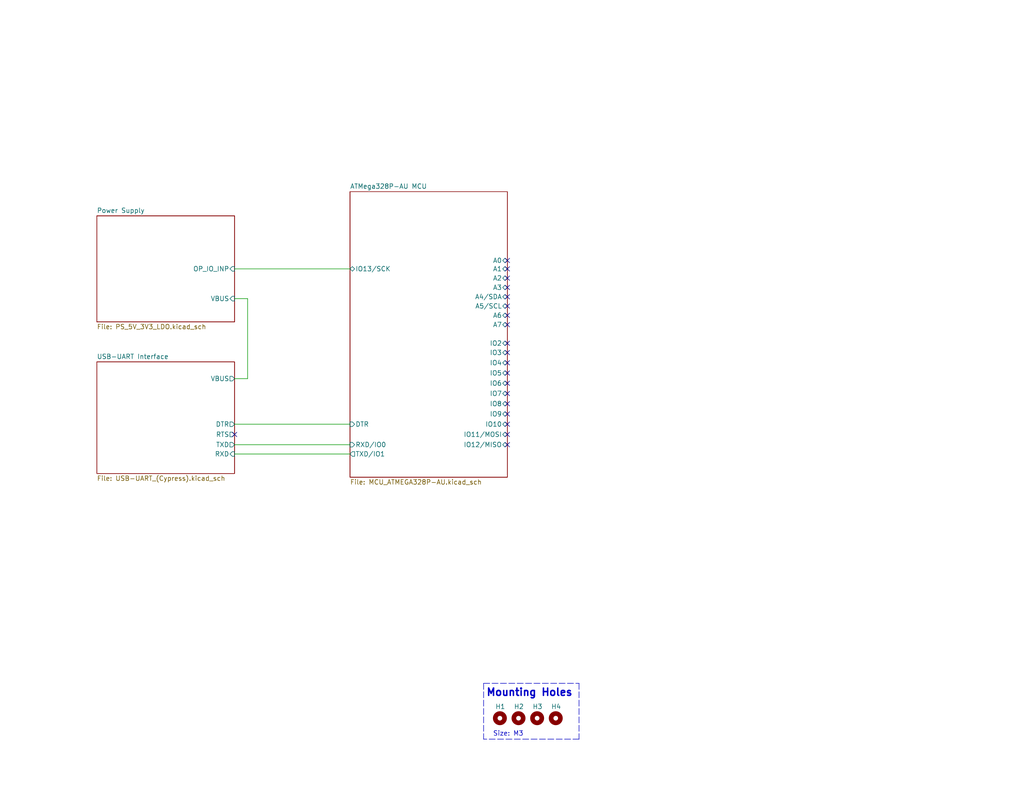
<source format=kicad_sch>
(kicad_sch (version 20211123) (generator eeschema)
  (paper "USLetter")
  (title_block (title "ATMEGA328P-AU Base Design w/ Cypress USB-UART Intf.") (date "2022-12-16") (rev "1.0"))
  (lib_symbols
    (symbol "Mechanical:MountingHole" (pin_names (offset 1.016))
      (property "Reference" "H" (at 0 5.08 0))
      (property "Value" "MountingHole" (at 0 3.175 0))
      (symbol "MountingHole_0_1"
        (circle (center 0 0) (radius 1.27) (stroke (width 1.27)))
      )
    )
  )
  (no_connect (at 138.43 73.406))
  (no_connect (at 138.43 83.566))
  (no_connect (at 138.43 75.946))
  (no_connect (at 138.43 78.486))
  (no_connect (at 138.43 88.646))
  (no_connect (at 138.43 81.026))
  (no_connect (at 138.43 71.12))
  (no_connect (at 138.43 110.236))
  (no_connect (at 138.43 121.412))
  (no_connect (at 138.43 107.442))
  (no_connect (at 138.43 113.03))
  (no_connect (at 138.43 118.618))
  (no_connect (at 138.43 115.824))
  (no_connect (at 138.43 96.266))
  (no_connect (at 138.43 99.06))
  (no_connect (at 138.43 101.854))
  (no_connect (at 138.43 93.726))
  (no_connect (at 138.43 104.648))
  (no_connect (at 138.43 86.106))
  (no_connect (at 64.008 118.618))
  (polyline (pts (xy 157.988 201.803) (xy 131.953 201.803)))
  (wire (pts (xy 64.008 103.378) (xy 67.564 103.378)))
  (wire (pts (xy 64.008 123.952) (xy 95.504 123.952)))
  (wire (pts (xy 67.564 103.378) (xy 67.564 81.534)))
  (polyline (pts (xy 131.953 186.563) (xy 131.953 201.803)))
  (polyline (pts (xy 157.988 186.563) (xy 157.988 201.803)))
  (wire (pts (xy 64.008 121.412) (xy 95.504 121.412)))
  (wire (pts (xy 64.008 115.824) (xy 95.504 115.824)))
  (polyline (pts (xy 131.953 186.563) (xy 157.988 186.563)))
  (wire (pts (xy 64.008 73.406) (xy 95.504 73.406)))
  (wire (pts (xy 67.564 81.534) (xy 64.008 81.534)))
  (text "Mounting Holes\n" (at 132.588 190.373 0) (effects (font (size 2 2) (thickness 0.4) bold) (justify left bottom)))
  (text "Size: M3" (at 134.493 201.168 0) (effects (font (size 1.27 1.27)) (justify left bottom)))
  (symbol (lib_id "Mechanical:MountingHole") (at 141.478 196.088 0) (unit 1)
    (property "Reference" "H2" (at 140.208 192.913 0) (effects (justify left)))
    (property "Value" "MountingHole" (effects hide))
    (property "Footprint" "MountingHole:MountingHole_3.2mm_M3" (effects hide))
  )
  (symbol (lib_id "Mechanical:MountingHole") (at 136.398 196.088 0) (unit 1)
    (property "Reference" "H1" (at 135.128 192.913 0) (effects (justify left)))
    (property "Value" "MountingHole" (effects hide))
    (property "Footprint" "MountingHole:MountingHole_3.2mm_M3" (effects hide))
  )
  (symbol (lib_id "Mechanical:MountingHole") (at 146.558 196.088 0) (unit 1)
    (property "Reference" "H3" (at 145.288 192.913 0) (effects (justify left)))
    (property "Value" "MountingHole" (effects hide))
    (property "Footprint" "MountingHole:MountingHole_3.2mm_M3" (effects hide))
  )
  (symbol (lib_id "Mechanical:MountingHole") (at 151.638 196.088 0) (unit 1)
    (property "Reference" "H4" (at 150.368 192.913 0) (effects (justify left)))
    (property "Value" "MountingHole" (effects hide))
    (property "Footprint" "MountingHole:MountingHole_3.2mm_M3" (effects hide))
  )
  (sheet (at 95.504 52.324) (size 42.926 77.978) (stroke (width 0.1524))
    (property "Sheet name" "ATMega328P-AU MCU" (at 95.504 51.6124 0) (effects (justify left bottom)))
    (property "Sheet file" "MCU_ATMEGA328P-AU.kicad_sch" (at 95.504 130.8866 0) (effects (justify left top)))
    (pin "A7" bidirectional (at 138.43 88.646 0))
    (pin "A6" bidirectional (at 138.43 86.106 0))
    (pin "IO12{slash}MISO" bidirectional (at 138.43 121.412 0))
    (pin "IO11{slash}MOSI" bidirectional (at 138.43 118.618 0))
    (pin "IO10" bidirectional (at 138.43 115.824 0))
    (pin "IO8" bidirectional (at 138.43 110.236 0))
    (pin "IO9" bidirectional (at 138.43 113.03 0))
    (pin "A2" bidirectional (at 138.43 75.946 0))
    (pin "A3" bidirectional (at 138.43 78.486 0))
    (pin "A4{slash}SDA" bidirectional (at 138.43 81.026 0))
    (pin "A5{slash}SCL" bidirectional (at 138.43 83.566 0))
    (pin "A1" bidirectional (at 138.43 73.406 0))
    (pin "IO2" bidirectional (at 138.43 93.726 0))
    (pin "IO3" bidirectional (at 138.43 96.266 0))
    (pin "A0" bidirectional (at 138.43 71.12 0))
    (pin "IO5" bidirectional (at 138.43 101.854 0))
    (pin "IO6" bidirectional (at 138.43 104.648 0))
    (pin "IO7" bidirectional (at 138.43 107.442 0))
    (pin "IO4" bidirectional (at 138.43 99.06 0))
    (pin "IO13{slash}SCK" bidirectional (at 95.504 73.406 180))
    (pin "DTR" input (at 95.504 115.824 180))
    (pin "RXD{slash}IO0" input (at 95.504 121.412 180))
    (pin "TXD{slash}IO1" output (at 95.504 123.952 180))
  )
  (sheet (at 26.416 98.806) (size 37.592 30.48) (stroke (width 0.1524))
    (property "Sheet name" "USB-UART Interface" (at 26.416 98.0944 0) (effects (justify left bottom)))
    (property "Sheet file" "USB-UART_(Cypress).kicad_sch" (at 26.416 129.8706 0) (effects (justify left top)))
    (pin "DTR" output (at 64.008 115.824 0))
    (pin "RTS" output (at 64.008 118.618 0))
    (pin "TXD" output (at 64.008 121.412 0))
    (pin "RXD" input (at 64.008 123.952 0))
    (pin "VBUS" output (at 64.008 103.378 0))
  )
  (sheet (at 26.416 58.928) (size 37.592 28.956) (stroke (width 0.1524))
    (property "Sheet name" "Power Supply" (at 26.416 58.2164 0) (effects (justify left bottom)))
    (property "Sheet file" "PS_5V_3V3_LDO.kicad_sch" (at 26.416 88.4686 0) (effects (justify left top)))
    (pin "VBUS" input (at 64.008 81.534 0))
    (pin "OP_IO_INP" input (at 64.008 73.406 0))
  )
)
</source>
